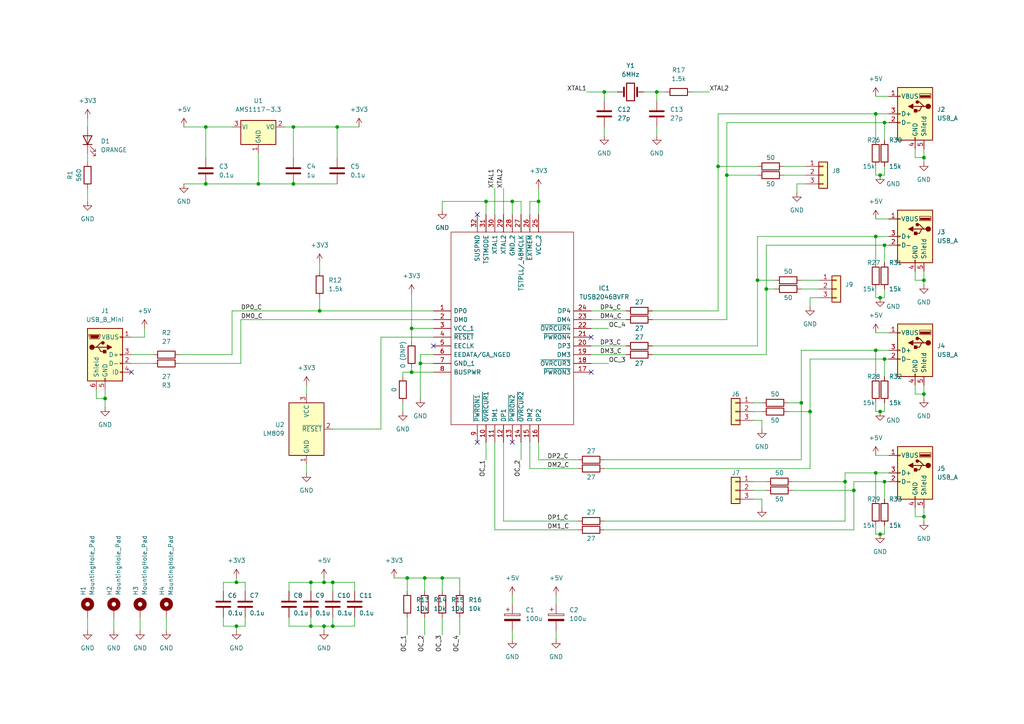
<source format=kicad_sch>
(kicad_sch (version 20211123) (generator eeschema)
  (paper "A4")
  (lib_symbols
    (symbol "Connector:USB_A" (pin_names (offset 1.016))
      (property "Reference" "J" (at -5.08 11.43 0))
      (property "Value" "USB_A" (at -5.08 8.89 0))
      (symbol "USB_A_0_1"
        (rectangle (start -5.08 -7.62) (end 5.08 7.62) (stroke (width 0.254)) (fill (type background)))
        (circle (center -3.81 2.159) (radius 0.635) (stroke (width 0.254)) (fill (type outline)))
        (rectangle (start -1.524 4.826) (end -4.318 5.334) (fill (type outline)))
        (rectangle (start -1.27 4.572) (end -4.572 5.842))
        (circle (center -0.635 3.429) (radius 0.381) (stroke (width 0.254)) (fill (type outline)))
        (rectangle (start -0.127 -7.62) (end 0.127 -6.858))
        (polyline (pts (xy -3.175 2.159) (xy -2.54 2.159) (xy -1.27 3.429) (xy -0.635 3.429)) (stroke (width 0.254)))
        (polyline (pts (xy -2.54 2.159) (xy -1.905 2.159) (xy -1.27 0.889) (xy 0 0.889)) (stroke (width 0.254)))
        (polyline (pts (xy 0.635 2.794) (xy 0.635 1.524) (xy 1.905 2.159) (xy 0.635 2.794)) (stroke (width 0.254)) (fill (type outline)))
        (rectangle (start 0.254 1.27) (end -0.508 0.508) (stroke (width 0.254)) (fill (type outline)))
        (rectangle (start 5.08 -2.667) (end 4.318 -2.413))
        (rectangle (start 5.08 -0.127) (end 4.318 0.127))
        (rectangle (start 5.08 4.953) (end 4.318 5.207))
      )
      (symbol "USB_A_1_1"
        (polyline (pts (xy -1.905 2.159) (xy 0.635 2.159)) (stroke (width 0.254)))
        (pin power_in line (at 7.62 5.08 180) (length 2.54) (name "VBUS") (number "1"))
        (pin bidirectional line (at 7.62 -2.54 180) (length 2.54) (name "D-") (number "2"))
        (pin bidirectional line (at 7.62 0 180) (length 2.54) (name "D+") (number "3"))
        (pin power_in line (at 0 -10.16 90) (length 2.54) (name "GND") (number "4"))
        (pin passive line (at -2.54 -10.16 90) (length 2.54) (name "Shield") (number "5"))
      )
    )
    (symbol "Connector:USB_B_Mini" (pin_names (offset 1.016))
      (property "Reference" "J" (at -5.08 11.43 0))
      (property "Value" "USB_B_Mini" (at -5.08 8.89 0))
      (symbol "USB_B_Mini_0_1"
        (rectangle (start -5.08 -7.62) (end 5.08 7.62) (stroke (width 0.254)) (fill (type background)))
        (circle (center -3.81 2.159) (radius 0.635) (stroke (width 0.254)) (fill (type outline)))
        (circle (center -0.635 3.429) (radius 0.381) (stroke (width 0.254)) (fill (type outline)))
        (rectangle (start -0.127 -7.62) (end 0.127 -6.858))
        (polyline (pts (xy -1.905 2.159) (xy 0.635 2.159)) (stroke (width 0.254)))
        (polyline (pts (xy -3.175 2.159) (xy -2.54 2.159) (xy -1.27 3.429) (xy -0.635 3.429)) (stroke (width 0.254)))
        (polyline (pts (xy -2.54 2.159) (xy -1.905 2.159) (xy -1.27 0.889) (xy 0 0.889)) (stroke (width 0.254)))
        (polyline (pts (xy 0.635 2.794) (xy 0.635 1.524) (xy 1.905 2.159) (xy 0.635 2.794)) (stroke (width 0.254)) (fill (type outline)))
        (polyline (pts (xy -4.318 5.588) (xy -1.778 5.588) (xy -2.032 4.826) (xy -4.064 4.826) (xy -4.318 5.588)) (fill (type outline)))
        (polyline (pts (xy -4.699 5.842) (xy -4.699 5.588) (xy -4.445 4.826) (xy -4.445 4.572) (xy -1.651 4.572) (xy -1.651 4.826) (xy -1.397 5.588) (xy -1.397 5.842) (xy -4.699 5.842)))
        (rectangle (start 0.254 1.27) (end -0.508 0.508) (stroke (width 0.254)) (fill (type outline)))
        (rectangle (start 5.08 -5.207) (end 4.318 -4.953))
        (rectangle (start 5.08 -2.667) (end 4.318 -2.413))
        (rectangle (start 5.08 -0.127) (end 4.318 0.127))
        (rectangle (start 5.08 4.953) (end 4.318 5.207))
      )
      (symbol "USB_B_Mini_1_1"
        (pin power_out line (at 7.62 5.08 180) (length 2.54) (name "VBUS") (number "1"))
        (pin bidirectional line (at 7.62 -2.54 180) (length 2.54) (name "D-") (number "2"))
        (pin bidirectional line (at 7.62 0 180) (length 2.54) (name "D+") (number "3"))
        (pin passive line (at 7.62 -5.08 180) (length 2.54) (name "ID") (number "4"))
        (pin power_out line (at 0 -10.16 90) (length 2.54) (name "GND") (number "5"))
        (pin passive line (at -2.54 -10.16 90) (length 2.54) (name "Shield") (number "6"))
      )
    )
    (symbol "Connector_Generic:Conn_01x03" (pin_names (offset 1.016) hide)
      (property "Reference" "J" (at 0 5.08 0))
      (property "Value" "Conn_01x03" (at 0 -5.08 0))
      (symbol "Conn_01x03_1_1"
        (rectangle (start -1.27 -2.413) (end 0 -2.667) (stroke (width 0.1524)))
        (rectangle (start -1.27 0.127) (end 0 -0.127) (stroke (width 0.1524)))
        (rectangle (start -1.27 2.667) (end 0 2.413) (stroke (width 0.1524)))
        (rectangle (start -1.27 3.81) (end 1.27 -3.81) (stroke (width 0.254)) (fill (type background)))
        (pin passive line (at -5.08 2.54 0) (length 3.81) (name "Pin_1") (number "1"))
        (pin passive line (at -5.08 0 0) (length 3.81) (name "Pin_2") (number "2"))
        (pin passive line (at -5.08 -2.54 0) (length 3.81) (name "Pin_3") (number "3"))
      )
    )
    (symbol "Device:C" (pin_numbers hide) (pin_names (offset 0.254))
      (property "Reference" "C" (at 0.635 2.54 0))
      (property "Value" "C" (at 0.635 -2.54 0))
      (symbol "C_0_1"
        (polyline (pts (xy -2.032 -0.762) (xy 2.032 -0.762)) (stroke (width 0.508)))
        (polyline (pts (xy -2.032 0.762) (xy 2.032 0.762)) (stroke (width 0.508)))
      )
      (symbol "C_1_1"
        (pin passive line (at 0 3.81 270) (length 2.794) (name "~") (number "1"))
        (pin passive line (at 0 -3.81 90) (length 2.794) (name "~") (number "2"))
      )
    )
    (symbol "Device:C_Polarized" (pin_numbers hide) (pin_names (offset 0.254))
      (property "Reference" "C" (at 0.635 2.54 0))
      (property "Value" "C_Polarized" (at 0.635 -2.54 0))
      (symbol "C_Polarized_0_1"
        (rectangle (start -2.286 0.508) (end 2.286 1.016))
        (polyline (pts (xy -1.778 2.286) (xy -0.762 2.286)))
        (polyline (pts (xy -1.27 2.794) (xy -1.27 1.778)))
        (rectangle (start 2.286 -0.508) (end -2.286 -1.016) (fill (type outline)))
      )
      (symbol "C_Polarized_1_1"
        (pin passive line (at 0 3.81 270) (length 2.794) (name "~") (number "1"))
        (pin passive line (at 0 -3.81 90) (length 2.794) (name "~") (number "2"))
      )
    )
    (symbol "Device:Crystal" (pin_numbers hide) (pin_names (offset 1.016) hide)
      (property "Reference" "Y" (at 0 3.81 0))
      (property "Value" "Crystal" (at 0 -3.81 0))
      (symbol "Crystal_0_1"
        (rectangle (start -1.143 2.54) (end 1.143 -2.54) (stroke (width 0.3048)))
        (polyline (pts (xy -2.54 0) (xy -1.905 0)))
        (polyline (pts (xy -1.905 -1.27) (xy -1.905 1.27)) (stroke (width 0.508)))
        (polyline (pts (xy 1.905 -1.27) (xy 1.905 1.27)) (stroke (width 0.508)))
        (polyline (pts (xy 2.54 0) (xy 1.905 0)))
      )
      (symbol "Crystal_1_1"
        (pin passive line (at -3.81 0 0) (length 1.27) (name "1") (number "1"))
        (pin passive line (at 3.81 0 180) (length 1.27) (name "2") (number "2"))
      )
    )
    (symbol "Device:LED" (pin_numbers hide) (pin_names (offset 1.016) hide)
      (property "Reference" "D" (at 0 2.54 0))
      (property "Value" "LED" (at 0 -2.54 0))
      (symbol "LED_0_1"
        (polyline (pts (xy -1.27 -1.27) (xy -1.27 1.27)) (stroke (width 0.254)))
        (polyline (pts (xy -1.27 0) (xy 1.27 0)))
        (polyline (pts (xy 1.27 -1.27) (xy 1.27 1.27) (xy -1.27 0) (xy 1.27 -1.27)) (stroke (width 0.254)))
        (polyline (pts (xy -3.048 -0.762) (xy -4.572 -2.286) (xy -3.81 -2.286) (xy -4.572 -2.286) (xy -4.572 -1.524)))
        (polyline (pts (xy -1.778 -0.762) (xy -3.302 -2.286) (xy -2.54 -2.286) (xy -3.302 -2.286) (xy -3.302 -1.524)))
      )
      (symbol "LED_1_1"
        (pin passive line (at -3.81 0 0) (length 2.54) (name "K") (number "1"))
        (pin passive line (at 3.81 0 180) (length 2.54) (name "A") (number "2"))
      )
    )
    (symbol "Device:R" (pin_numbers hide) (pin_names (offset 0))
      (property "Reference" "R" (at 2.032 0 90))
      (property "Value" "R" (at 0 0 90))
      (symbol "R_0_1"
        (rectangle (start -1.016 -2.54) (end 1.016 2.54) (stroke (width 0.254)))
      )
      (symbol "R_1_1"
        (pin passive line (at 0 3.81 270) (length 1.27) (name "~") (number "1"))
        (pin passive line (at 0 -3.81 90) (length 1.27) (name "~") (number "2"))
      )
    )
    (symbol "Mechanical:MountingHole_Pad" (pin_numbers hide) (pin_names (offset 1.016) hide)
      (property "Reference" "H" (at 0 6.35 0))
      (property "Value" "MountingHole_Pad" (at 0 4.445 0))
      (symbol "MountingHole_Pad_0_1"
        (circle (center 0 1.27) (radius 1.27) (stroke (width 1.27)))
      )
      (symbol "MountingHole_Pad_1_1"
        (pin input line (at 0 -2.54 90) (length 2.54) (name "1") (number "1"))
      )
    )
    (symbol "Power_Supervisor:LM809"
      (property "Reference" "U" (at 2.54 12.7 0))
      (property "Value" "LM809" (at 5.08 10.16 0))
      (symbol "LM809_0_1"
        (rectangle (start 5.08 7.62) (end -5.08 -7.62) (stroke (width 0.254)) (fill (type background)))
      )
      (symbol "LM809_1_1"
        (pin power_in line (at 0 -10.16 90) (length 2.54) (name "GND") (number "1"))
        (pin output line (at 7.62 0 180) (length 2.54) (name "~{RESET}") (number "2"))
        (pin power_in line (at 0 10.16 270) (length 2.54) (name "VCC") (number "3"))
      )
    )
    (symbol "Regulator_Linear:AMS1117-3.3" (pin_names (offset 0.254))
      (property "Reference" "U" (at -3.81 3.175 0))
      (property "Value" "AMS1117-3.3" (at 0 3.175 0))
      (symbol "AMS1117-3.3_0_1"
        (rectangle (start -5.08 -5.08) (end 5.08 1.905) (stroke (width 0.254)) (fill (type background)))
      )
      (symbol "AMS1117-3.3_1_1"
        (pin power_in line (at 0 -7.62 90) (length 2.54) (name "GND") (number "1"))
        (pin power_out line (at 7.62 0 180) (length 2.54) (name "VO") (number "2"))
        (pin power_in line (at -7.62 0 0) (length 2.54) (name "VI") (number "3"))
      )
    )
    (symbol "SamacSys_Parts:TUSB2046BVFR" (pin_names (offset 0.762))
      (property "Reference" "IC" (at 41.91 27.94 0))
      (property "Value" "TUSB2046BVFR" (at 41.91 25.4 0))
      (symbol "TUSB2046BVFR_0_0"
        (pin passive line (at 0 0 0) (length 5.08) (name "DP0") (number "1"))
        (pin passive line (at 15.24 -38.1 90) (length 5.08) (name "~{OVRCUR1}") (number "10"))
        (pin passive line (at 17.78 -38.1 90) (length 5.08) (name "DM1") (number "11"))
        (pin passive line (at 20.32 -38.1 90) (length 5.08) (name "DP1") (number "12"))
        (pin passive line (at 22.86 -38.1 90) (length 5.08) (name "~{PWRON2}") (number "13"))
        (pin passive line (at 25.4 -38.1 90) (length 5.08) (name "~{OVRCUR2}") (number "14"))
        (pin passive line (at 27.94 -38.1 90) (length 5.08) (name "DM2") (number "15"))
        (pin passive line (at 30.48 -38.1 90) (length 5.08) (name "DP2") (number "16"))
        (pin passive line (at 45.72 -17.78 180) (length 5.08) (name "~{PWRON3}") (number "17"))
        (pin passive line (at 45.72 -15.24 180) (length 5.08) (name "~{OVRCUR3}") (number "18"))
        (pin passive line (at 45.72 -12.7 180) (length 5.08) (name "DM3") (number "19"))
        (pin passive line (at 0 -2.54 0) (length 5.08) (name "DM0") (number "2"))
        (pin passive line (at 45.72 -10.16 180) (length 5.08) (name "DP3") (number "20"))
        (pin passive line (at 45.72 -7.62 180) (length 5.08) (name "~{PWRON4}") (number "21"))
        (pin passive line (at 45.72 -5.08 180) (length 5.08) (name "~{OVRCUR4}") (number "22"))
        (pin passive line (at 45.72 -2.54 180) (length 5.08) (name "DM4") (number "23"))
        (pin passive line (at 45.72 0 180) (length 5.08) (name "DP4") (number "24"))
        (pin passive line (at 30.48 27.94 270) (length 5.08) (name "VCC_2") (number "25"))
        (pin passive line (at 27.94 27.94 270) (length 5.08) (name "~{EXTMEM}") (number "26"))
        (pin passive line (at 25.4 27.94 270) (length 5.08) (name "TSTPLL/_48MCLK") (number "27"))
        (pin passive line (at 22.86 27.94 270) (length 5.08) (name "GND_2") (number "28"))
        (pin passive line (at 20.32 27.94 270) (length 5.08) (name "XTAL2") (number "29"))
        (pin passive line (at 0 -5.08 0) (length 5.08) (name "VCC_1") (number "3"))
        (pin passive line (at 17.78 27.94 270) (length 5.08) (name "XTAL1") (number "30"))
        (pin passive line (at 15.24 27.94 270) (length 5.08) (name "TSTMODE") (number "31"))
        (pin passive line (at 12.7 27.94 270) (length 5.08) (name "SUSPND") (number "32"))
        (pin passive line (at 0 -7.62 0) (length 5.08) (name "~{RESET}") (number "4"))
        (pin passive line (at 0 -10.16 0) (length 5.08) (name "EECLK") (number "5"))
        (pin passive line (at 0 -12.7 0) (length 5.08) (name "EEDATA/GA_NGED") (number "6"))
        (pin passive line (at 0 -15.24 0) (length 5.08) (name "GND_1") (number "7"))
        (pin passive line (at 0 -17.78 0) (length 5.08) (name "BUSPWR") (number "8"))
        (pin passive line (at 12.7 -38.1 90) (length 5.08) (name "~{PWRON1}") (number "9"))
      )
      (symbol "TUSB2046BVFR_0_1"
        (polyline (pts (xy 5.08 22.86) (xy 40.64 22.86) (xy 40.64 -33.02) (xy 5.08 -33.02) (xy 5.08 22.86)) (stroke (width 0.1524)))
      )
    )
    (symbol "power:+3V3" (power) (pin_names (offset 0))
      (property "Value" "+3V3" (at 0 3.556 0))
      (symbol "+3V3_0_1"
        (polyline (pts (xy -0.762 1.27) (xy 0 2.54)))
        (polyline (pts (xy 0 0) (xy 0 2.54)))
        (polyline (pts (xy 0 2.54) (xy 0.762 1.27)))
      )
      (symbol "+3V3_1_1"
        (pin power_in line (at 0 0 90) (length 0) hide (name "+3V3") (number "1"))
      )
    )
    (symbol "power:+5V" (power) (pin_names (offset 0))
      (property "Value" "+5V" (at 0 3.556 0))
      (symbol "+5V_0_1"
        (polyline (pts (xy -0.762 1.27) (xy 0 2.54)))
        (polyline (pts (xy 0 0) (xy 0 2.54)))
        (polyline (pts (xy 0 2.54) (xy 0.762 1.27)))
      )
      (symbol "+5V_1_1"
        (pin power_in line (at 0 0 90) (length 0) hide (name "+5V") (number "1"))
      )
    )
    (symbol "power:GND" (power) (pin_names (offset 0))
      (property "Value" "GND" (at 0 -3.81 0))
      (symbol "GND_0_1"
        (polyline (pts (xy 0 0) (xy 0 -1.27) (xy 1.27 -1.27) (xy 0 -2.54) (xy -1.27 -1.27) (xy 0 -1.27)))
      )
      (symbol "GND_1_1"
        (pin power_in line (at 0 0 270) (length 0) hide (name "GND") (number "1"))
      )
    )
  )
  (junction (at 175.26 26.67))
  (junction (at 232.41 116.84))
  (junction (at 255.27 86.36))
  (junction (at 156.21 58.42))
  (junction (at 256.54 104.14))
  (junction (at 208.28 48.26))
  (junction (at 267.97 149.86))
  (junction (at 267.97 114.3))
  (junction (at 90.17 181.61))
  (junction (at 68.58 168.91))
  (junction (at 254 68.58))
  (junction (at 59.69 53.34))
  (junction (at 96.52 168.91))
  (junction (at 254 101.6))
  (junction (at 247.65 142.24))
  (junction (at 255.27 154.94))
  (junction (at 90.17 168.91))
  (junction (at 267.97 81.28))
  (junction (at 74.93 53.34))
  (junction (at 68.58 181.61))
  (junction (at 123.19 167.64))
  (junction (at 148.59 58.42))
  (junction (at 121.92 105.41))
  (junction (at 97.79 36.83))
  (junction (at 256.54 139.7))
  (junction (at 210.82 50.8))
  (junction (at 96.52 181.61))
  (junction (at 85.09 53.34))
  (junction (at 254 137.16))
  (junction (at 93.98 181.61))
  (junction (at 92.71 90.17))
  (junction (at 119.38 95.25))
  (junction (at 30.48 115.57))
  (junction (at 85.09 36.83))
  (junction (at 245.11 139.7))
  (junction (at 234.95 119.38))
  (junction (at 222.25 83.82))
  (junction (at 254 33.02))
  (junction (at 256.54 71.12))
  (junction (at 255.27 50.8))
  (junction (at 93.98 168.91))
  (junction (at 119.38 107.95))
  (junction (at 256.54 35.56))
  (junction (at 267.97 45.72))
  (junction (at 128.27 167.64))
  (junction (at 59.69 36.83))
  (junction (at 140.97 58.42))
  (junction (at 118.11 167.64))
  (junction (at 190.5 26.67))
  (junction (at 219.71 81.28))
  (junction (at 255.27 119.38))
  (no_connect (at 125.73 100.33))
  (no_connect (at 38.1 107.95))
  (no_connect (at 171.45 97.79))
  (no_connect (at 138.43 128.27))
  (no_connect (at 148.59 128.27))
  (no_connect (at 171.45 107.95))
  (no_connect (at 138.43 62.23))
  (wire (pts (xy 119.38 85.09) (xy 119.38 95.25)))
  (wire (pts (xy 140.97 58.42) (xy 140.97 62.23)))
  (wire (pts (xy 27.94 115.57) (xy 30.48 115.57)))
  (wire (pts (xy 254 50.8) (xy 255.27 50.8)))
  (wire (pts (xy 30.48 113.03) (xy 30.48 115.57)))
  (wire (pts (xy 254 119.38) (xy 255.27 119.38)))
  (wire (pts (xy 267.97 111.76) (xy 267.97 114.3)))
  (wire (pts (xy 156.21 133.35) (xy 167.64 133.35)))
  (wire (pts (xy 265.43 78.74) (xy 265.43 81.28)))
  (wire (pts (xy 85.09 53.34) (xy 97.79 53.34)))
  (wire (pts (xy 148.59 58.42) (xy 140.97 58.42)))
  (wire (pts (xy 222.25 83.82) (xy 222.25 71.12)))
  (wire (pts (xy 74.93 53.34) (xy 85.09 53.34)))
  (wire (pts (xy 210.82 50.8) (xy 210.82 92.71)))
  (wire (pts (xy 219.71 68.58) (xy 254 68.58)))
  (wire (pts (xy 175.26 135.89) (xy 234.95 135.89)))
  (wire (pts (xy 219.71 81.28) (xy 219.71 68.58)))
  (wire (pts (xy 161.29 172.72) (xy 161.29 175.26)))
  (wire (pts (xy 171.45 102.87) (xy 181.61 102.87)))
  (wire (pts (xy 232.41 101.6) (xy 254 101.6)))
  (wire (pts (xy 256.54 83.82) (xy 256.54 86.36)))
  (wire (pts (xy 90.17 181.61) (xy 93.98 181.61)))
  (wire (pts (xy 175.26 133.35) (xy 232.41 133.35)))
  (wire (pts (xy 175.26 36.83) (xy 175.26 39.37)))
  (wire (pts (xy 254 101.6) (xy 257.81 101.6)))
  (wire (pts (xy 25.4 44.45) (xy 25.4 46.99)))
  (wire (pts (xy 265.43 111.76) (xy 265.43 114.3)))
  (wire (pts (xy 190.5 26.67) (xy 193.04 26.67)))
  (wire (pts (xy 210.82 35.56) (xy 210.82 50.8)))
  (wire (pts (xy 68.58 167.64) (xy 68.58 168.91)))
  (wire (pts (xy 265.43 147.32) (xy 265.43 149.86)))
  (wire (pts (xy 171.45 105.41) (xy 176.53 105.41)))
  (wire (pts (xy 254 137.16) (xy 254 144.78)))
  (wire (pts (xy 234.95 88.9) (xy 234.95 86.36)))
  (wire (pts (xy 234.95 119.38) (xy 234.95 135.89)))
  (wire (pts (xy 233.68 53.34) (xy 231.14 53.34)))
  (wire (pts (xy 254 152.4) (xy 254 154.94)))
  (wire (pts (xy 40.64 179.07) (xy 40.64 182.88)))
  (wire (pts (xy 267.97 149.86) (xy 267.97 151.13)))
  (wire (pts (xy 265.43 81.28) (xy 267.97 81.28)))
  (wire (pts (xy 83.82 181.61) (xy 90.17 181.61)))
  (wire (pts (xy 148.59 172.72) (xy 148.59 175.26)))
  (wire (pts (xy 265.43 43.18) (xy 265.43 45.72)))
  (wire (pts (xy 119.38 106.68) (xy 119.38 107.95)))
  (wire (pts (xy 41.91 97.79) (xy 38.1 97.79)))
  (wire (pts (xy 68.58 182.88) (xy 68.58 181.61)))
  (wire (pts (xy 171.45 95.25) (xy 176.53 95.25)))
  (wire (pts (xy 161.29 182.88) (xy 161.29 185.42)))
  (wire (pts (xy 71.12 168.91) (xy 71.12 171.45)))
  (wire (pts (xy 96.52 168.91) (xy 102.87 168.91)))
  (wire (pts (xy 254 68.58) (xy 257.81 68.58)))
  (wire (pts (xy 254 33.02) (xy 254 40.64)))
  (wire (pts (xy 232.41 116.84) (xy 232.41 101.6)))
  (wire (pts (xy 64.77 179.07) (xy 64.77 181.61)))
  (wire (pts (xy 151.13 128.27) (xy 151.13 133.35)))
  (wire (pts (xy 88.9 111.76) (xy 88.9 114.3)))
  (wire (pts (xy 219.71 100.33) (xy 219.71 81.28)))
  (wire (pts (xy 116.84 116.84) (xy 116.84 119.38)))
  (wire (pts (xy 33.02 179.07) (xy 33.02 182.88)))
  (wire (pts (xy 53.34 36.83) (xy 59.69 36.83)))
  (wire (pts (xy 68.58 168.91) (xy 71.12 168.91)))
  (wire (pts (xy 156.21 128.27) (xy 156.21 133.35)))
  (wire (pts (xy 254 86.36) (xy 255.27 86.36)))
  (wire (pts (xy 218.44 144.78) (xy 220.98 144.78)))
  (wire (pts (xy 123.19 179.07) (xy 123.19 184.15)))
  (wire (pts (xy 256.54 35.56) (xy 256.54 40.64)))
  (wire (pts (xy 64.77 181.61) (xy 68.58 181.61)))
  (wire (pts (xy 189.23 90.17) (xy 208.28 90.17)))
  (wire (pts (xy 222.25 102.87) (xy 222.25 83.82)))
  (wire (pts (xy 110.49 97.79) (xy 110.49 124.46)))
  (wire (pts (xy 256.54 48.26) (xy 256.54 50.8)))
  (wire (pts (xy 92.71 86.36) (xy 92.71 90.17)))
  (wire (pts (xy 52.07 105.41) (xy 69.85 105.41)))
  (wire (pts (xy 234.95 86.36) (xy 237.49 86.36)))
  (wire (pts (xy 140.97 128.27) (xy 140.97 133.35)))
  (wire (pts (xy 118.11 179.07) (xy 118.11 184.15)))
  (wire (pts (xy 118.11 167.64) (xy 123.19 167.64)))
  (wire (pts (xy 119.38 107.95) (xy 116.84 107.95)))
  (wire (pts (xy 231.14 53.34) (xy 231.14 55.88)))
  (wire (pts (xy 254 33.02) (xy 257.81 33.02)))
  (wire (pts (xy 146.05 128.27) (xy 146.05 151.13)))
  (wire (pts (xy 48.26 179.07) (xy 48.26 182.88)))
  (wire (pts (xy 110.49 124.46) (xy 96.52 124.46)))
  (wire (pts (xy 88.9 134.62) (xy 88.9 137.16)))
  (wire (pts (xy 208.28 33.02) (xy 254 33.02)))
  (wire (pts (xy 128.27 58.42) (xy 128.27 60.96)))
  (wire (pts (xy 234.95 104.14) (xy 234.95 119.38)))
  (wire (pts (xy 121.92 105.41) (xy 125.73 105.41)))
  (wire (pts (xy 133.35 179.07) (xy 133.35 184.15)))
  (wire (pts (xy 200.66 26.67) (xy 205.74 26.67)))
  (wire (pts (xy 256.54 104.14) (xy 256.54 109.22)))
  (wire (pts (xy 74.93 44.45) (xy 74.93 53.34)))
  (wire (pts (xy 125.73 92.71) (xy 69.85 92.71)))
  (wire (pts (xy 232.41 81.28) (xy 237.49 81.28)))
  (wire (pts (xy 267.97 114.3) (xy 267.97 115.57)))
  (wire (pts (xy 92.71 76.2) (xy 92.71 78.74)))
  (wire (pts (xy 267.97 45.72) (xy 267.97 46.99)))
  (wire (pts (xy 114.3 167.64) (xy 118.11 167.64)))
  (wire (pts (xy 227.33 48.26) (xy 233.68 48.26)))
  (wire (pts (xy 254 63.5) (xy 257.81 63.5)))
  (wire (pts (xy 64.77 171.45) (xy 64.77 168.91)))
  (wire (pts (xy 153.67 135.89) (xy 153.67 128.27)))
  (wire (pts (xy 254 68.58) (xy 254 76.2)))
  (wire (pts (xy 229.87 139.7) (xy 245.11 139.7)))
  (wire (pts (xy 123.19 167.64) (xy 128.27 167.64)))
  (wire (pts (xy 186.69 26.67) (xy 190.5 26.67)))
  (wire (pts (xy 256.54 152.4) (xy 256.54 154.94)))
  (wire (pts (xy 67.31 90.17) (xy 92.71 90.17)))
  (wire (pts (xy 189.23 102.87) (xy 222.25 102.87)))
  (wire (pts (xy 256.54 86.36) (xy 255.27 86.36)))
  (wire (pts (xy 265.43 149.86) (xy 267.97 149.86)))
  (wire (pts (xy 175.26 153.67) (xy 247.65 153.67)))
  (wire (pts (xy 256.54 154.94) (xy 255.27 154.94)))
  (wire (pts (xy 53.34 53.34) (xy 59.69 53.34)))
  (wire (pts (xy 170.18 26.67) (xy 175.26 26.67)))
  (wire (pts (xy 119.38 95.25) (xy 125.73 95.25)))
  (wire (pts (xy 146.05 151.13) (xy 167.64 151.13)))
  (wire (pts (xy 41.91 95.25) (xy 41.91 97.79)))
  (wire (pts (xy 256.54 119.38) (xy 255.27 119.38)))
  (wire (pts (xy 96.52 179.07) (xy 96.52 181.61)))
  (wire (pts (xy 208.28 90.17) (xy 208.28 48.26)))
  (wire (pts (xy 267.97 43.18) (xy 267.97 45.72)))
  (wire (pts (xy 222.25 71.12) (xy 256.54 71.12)))
  (wire (pts (xy 256.54 71.12) (xy 256.54 76.2)))
  (wire (pts (xy 52.07 102.87) (xy 67.31 102.87)))
  (wire (pts (xy 121.92 105.41) (xy 121.92 115.57)))
  (wire (pts (xy 25.4 34.29) (xy 25.4 36.83)))
  (wire (pts (xy 254 96.52) (xy 257.81 96.52)))
  (wire (pts (xy 125.73 97.79) (xy 110.49 97.79)))
  (wire (pts (xy 85.09 45.72) (xy 85.09 36.83)))
  (wire (pts (xy 97.79 36.83) (xy 104.14 36.83)))
  (wire (pts (xy 93.98 181.61) (xy 93.98 182.88)))
  (wire (pts (xy 190.5 26.67) (xy 190.5 29.21)))
  (wire (pts (xy 245.11 139.7) (xy 245.11 137.16)))
  (wire (pts (xy 38.1 102.87) (xy 44.45 102.87)))
  (wire (pts (xy 210.82 50.8) (xy 219.71 50.8)))
  (wire (pts (xy 227.33 50.8) (xy 233.68 50.8)))
  (wire (pts (xy 228.6 119.38) (xy 234.95 119.38)))
  (wire (pts (xy 175.26 151.13) (xy 245.11 151.13)))
  (wire (pts (xy 267.97 78.74) (xy 267.97 81.28)))
  (wire (pts (xy 83.82 171.45) (xy 83.82 168.91)))
  (wire (pts (xy 218.44 142.24) (xy 222.25 142.24)))
  (wire (pts (xy 210.82 92.71) (xy 189.23 92.71)))
  (wire (pts (xy 96.52 181.61) (xy 102.87 181.61)))
  (wire (pts (xy 148.59 58.42) (xy 148.59 62.23)))
  (wire (pts (xy 118.11 167.64) (xy 118.11 171.45)))
  (wire (pts (xy 254 48.26) (xy 254 50.8)))
  (wire (pts (xy 245.11 151.13) (xy 245.11 139.7)))
  (wire (pts (xy 90.17 179.07) (xy 90.17 181.61)))
  (wire (pts (xy 123.19 167.64) (xy 123.19 171.45)))
  (wire (pts (xy 119.38 95.25) (xy 119.38 99.06)))
  (wire (pts (xy 232.41 83.82) (xy 237.49 83.82)))
  (wire (pts (xy 67.31 102.87) (xy 67.31 90.17)))
  (wire (pts (xy 254 27.94) (xy 257.81 27.94)))
  (wire (pts (xy 265.43 45.72) (xy 267.97 45.72)))
  (wire (pts (xy 25.4 179.07) (xy 25.4 182.88)))
  (wire (pts (xy 257.81 35.56) (xy 256.54 35.56)))
  (wire (pts (xy 247.65 139.7) (xy 256.54 139.7)))
  (wire (pts (xy 190.5 36.83) (xy 190.5 39.37)))
  (wire (pts (xy 254 154.94) (xy 255.27 154.94)))
  (wire (pts (xy 245.11 137.16) (xy 254 137.16)))
  (wire (pts (xy 146.05 54.61) (xy 146.05 62.23)))
  (wire (pts (xy 222.25 83.82) (xy 224.79 83.82)))
  (wire (pts (xy 171.45 100.33) (xy 181.61 100.33)))
  (wire (pts (xy 71.12 181.61) (xy 68.58 181.61)))
  (wire (pts (xy 38.1 105.41) (xy 44.45 105.41)))
  (wire (pts (xy 93.98 167.64) (xy 93.98 168.91)))
  (wire (pts (xy 151.13 62.23) (xy 151.13 58.42)))
  (wire (pts (xy 59.69 53.34) (xy 74.93 53.34)))
  (wire (pts (xy 83.82 168.91) (xy 90.17 168.91)))
  (wire (pts (xy 189.23 100.33) (xy 219.71 100.33)))
  (wire (pts (xy 71.12 179.07) (xy 71.12 181.61)))
  (wire (pts (xy 247.65 142.24) (xy 247.65 139.7)))
  (wire (pts (xy 229.87 142.24) (xy 247.65 142.24)))
  (wire (pts (xy 125.73 102.87) (xy 121.92 102.87)))
  (wire (pts (xy 228.6 116.84) (xy 232.41 116.84)))
  (wire (pts (xy 128.27 167.64) (xy 128.27 171.45)))
  (wire (pts (xy 156.21 58.42) (xy 156.21 62.23)))
  (wire (pts (xy 90.17 168.91) (xy 90.17 171.45)))
  (wire (pts (xy 256.54 116.84) (xy 256.54 119.38)))
  (wire (pts (xy 125.73 107.95) (xy 119.38 107.95)))
  (wire (pts (xy 59.69 45.72) (xy 59.69 36.83)))
  (wire (pts (xy 208.28 48.26) (xy 219.71 48.26)))
  (wire (pts (xy 69.85 92.71) (xy 69.85 105.41)))
  (wire (pts (xy 218.44 139.7) (xy 222.25 139.7)))
  (wire (pts (xy 219.71 81.28) (xy 224.79 81.28)))
  (wire (pts (xy 143.51 54.61) (xy 143.51 62.23)))
  (wire (pts (xy 220.98 121.92) (xy 220.98 124.46)))
  (wire (pts (xy 85.09 36.83) (xy 82.55 36.83)))
  (wire (pts (xy 254 137.16) (xy 257.81 137.16)))
  (wire (pts (xy 25.4 54.61) (xy 25.4 58.42)))
  (wire (pts (xy 102.87 168.91) (xy 102.87 171.45)))
  (wire (pts (xy 171.45 90.17) (xy 181.61 90.17)))
  (wire (pts (xy 156.21 54.61) (xy 156.21 58.42)))
  (wire (pts (xy 175.26 26.67) (xy 175.26 29.21)))
  (wire (pts (xy 116.84 107.95) (xy 116.84 109.22)))
  (wire (pts (xy 267.97 147.32) (xy 267.97 149.86)))
  (wire (pts (xy 153.67 58.42) (xy 156.21 58.42)))
  (wire (pts (xy 256.54 35.56) (xy 210.82 35.56)))
  (wire (pts (xy 220.98 144.78) (xy 220.98 147.32)))
  (wire (pts (xy 83.82 179.07) (xy 83.82 181.61)))
  (wire (pts (xy 93.98 181.61) (xy 96.52 181.61)))
  (wire (pts (xy 96.52 168.91) (xy 96.52 171.45)))
  (wire (pts (xy 92.71 90.17) (xy 125.73 90.17)))
  (wire (pts (xy 64.77 168.91) (xy 68.58 168.91)))
  (wire (pts (xy 90.17 168.91) (xy 93.98 168.91)))
  (wire (pts (xy 267.97 81.28) (xy 267.97 82.55)))
  (wire (pts (xy 102.87 181.61) (xy 102.87 179.07)))
  (wire (pts (xy 167.64 135.89) (xy 153.67 135.89)))
  (wire (pts (xy 256.54 139.7) (xy 257.81 139.7)))
  (wire (pts (xy 167.64 153.67) (xy 143.51 153.67)))
  (wire (pts (xy 93.98 168.91) (xy 96.52 168.91)))
  (wire (pts (xy 59.69 36.83) (xy 67.31 36.83)))
  (wire (pts (xy 257.81 104.14) (xy 256.54 104.14)))
  (wire (pts (xy 256.54 50.8) (xy 255.27 50.8)))
  (wire (pts (xy 254 132.08) (xy 257.81 132.08)))
  (wire (pts (xy 208.28 48.26) (xy 208.28 33.02)))
  (wire (pts (xy 179.07 26.67) (xy 175.26 26.67)))
  (wire (pts (xy 254 116.84) (xy 254 119.38)))
  (wire (pts (xy 256.54 104.14) (xy 234.95 104.14)))
  (wire (pts (xy 143.51 153.67) (xy 143.51 128.27)))
  (wire (pts (xy 153.67 62.23) (xy 153.67 58.42)))
  (wire (pts (xy 128.27 167.64) (xy 133.35 167.64)))
  (wire (pts (xy 121.92 102.87) (xy 121.92 105.41)))
  (wire (pts (xy 140.97 58.42) (xy 128.27 58.42)))
  (wire (pts (xy 254 83.82) (xy 254 86.36)))
  (wire (pts (xy 151.13 58.42) (xy 148.59 58.42)))
  (wire (pts (xy 27.94 113.03) (xy 27.94 115.57)))
  (wire (pts (xy 97.79 36.83) (xy 85.09 36.83)))
  (wire (pts (xy 265.43 114.3) (xy 267.97 114.3)))
  (wire (pts (xy 254 101.6) (xy 254 109.22)))
  (wire (pts (xy 218.44 121.92) (xy 220.98 121.92)))
  (wire (pts (xy 232.41 133.35) (xy 232.41 116.84)))
  (wire (pts (xy 256.54 71.12) (xy 257.81 71.12)))
  (wire (pts (xy 171.45 92.71) (xy 181.61 92.71)))
  (wire (pts (xy 218.44 116.84) (xy 220.98 116.84)))
  (wire (pts (xy 218.44 119.38) (xy 220.98 119.38)))
  (wire (pts (xy 148.59 182.88) (xy 148.59 185.42)))
  (wire (pts (xy 247.65 153.67) (xy 247.65 142.24)))
  (wire (pts (xy 97.79 45.72) (xy 97.79 36.83)))
  (wire (pts (xy 256.54 139.7) (xy 256.54 144.78)))
  (wire (pts (xy 30.48 115.57) (xy 30.48 118.11)))
  (wire (pts (xy 128.27 179.07) (xy 128.27 184.15)))
  (wire (pts (xy 133.35 171.45) (xy 133.35 167.64)))
  (label "DM1_C" (at 158.75 153.67 0))
  (label "XTAL2" (at 205.74 26.67 0))
  (label "DP4_C" (at 173.99 90.17 0))
  (label "OC_3" (at 176.53 105.41 0))
  (label "DP2_C" (at 158.75 133.35 0))
  (label "OC_2" (at 123.19 184.15 270))
  (label "DM2_C" (at 158.75 135.89 0))
  (label "OC_4" (at 176.53 95.25 0))
  (label "DP3_C" (at 173.99 100.33 0))
  (label "OC_4" (at 133.35 184.15 270))
  (label "DP1_C" (at 158.75 151.13 0))
  (label "OC_3" (at 128.27 184.15 270))
  (label "DP0_C" (at 69.85 90.17 0))
  (label "OC_1" (at 118.11 184.15 270))
  (label "OC_1" (at 140.97 133.35 270))
  (label "XTAL1" (at 170.18 26.67 180))
  (label "XTAL1" (at 143.51 54.61 90))
  (label "DM0_C" (at 69.85 92.71 0))
  (label "XTAL2" (at 146.05 54.61 90))
  (label "DM3_C" (at 173.99 102.87 0))
  (label "DM4_C" (at 173.99 92.71 0))
  (label "OC_2" (at 151.13 133.35 270))
  (symbol (lib_id "Device:C") (at 97.79 49.53 0) (unit 1)
    (property "Reference" "C5" (at 101.6 48.2599 0) (effects (justify left)))
    (property "Value" "0.1u" (at 101.6 50.7999 0) (effects (justify left)))
    (property "Footprint" "Capacitor_SMD:C_0805_2012Metric" (effects hide))
  )
  (symbol (lib_id "power:+3V3") (at 92.71 76.2 0) (unit 1)
    (property "Reference" "#PWR0123" (effects hide))
    (property "Value" "+3V3" (at 92.71 71.12 0))
  )
  (symbol (lib_id "power:GND") (at 68.58 182.88 0) (unit 1)
    (property "Reference" "#PWR0128" (effects hide))
    (property "Value" "GND" (at 68.58 187.96 0))
  )
  (symbol (lib_id "power:+3V3") (at 156.21 54.61 0) (unit 1)
    (property "Reference" "#PWR0137" (effects hide))
    (property "Value" "+3V3" (at 156.21 49.53 0))
  )
  (symbol (lib_id "Connector_Generic:Conn_01x03") (at 242.57 83.82 0) (unit 1)
    (property "Reference" "J9" (at 245.11 82.5499 0) (effects (justify left)))
    (property "Value" "Conn_01x03" (effects hide))
    (property "Footprint" "Connector_PinHeader_2.54mm:PinHeader_1x03_P2.54mm_Vertical" (effects hide))
  )
  (symbol (lib_id "power:GND") (at 267.97 151.13 0) (unit 1)
    (property "Reference" "#PWR0103" (effects hide))
    (property "Value" "GND" (at 267.97 156.21 0))
  )
  (symbol (lib_id "power:GND") (at 88.9 137.16 0) (unit 1)
    (property "Reference" "#PWR0119" (effects hide))
    (property "Value" "GND" (at 88.9 142.24 0))
  )
  (symbol (lib_id "Device:R") (at 226.06 142.24 90) (unit 1)
    (property "Reference" "R23" (effects hide))
    (property "Value" "50" (at 226.06 144.78 90))
    (property "Footprint" "Resistor_SMD:R_0805_2012Metric" (effects hide))
  )
  (symbol (lib_id "Device:R") (at 171.45 135.89 90) (unit 1)
    (property "Reference" "R5" (effects hide))
    (property "Value" "27" (at 171.45 138.43 90))
    (property "Footprint" "Resistor_SMD:R_0805_2012Metric" (effects hide))
  )
  (symbol (lib_id "power:GND") (at 175.26 39.37 0) (unit 1)
    (property "Reference" "#PWR0138" (effects hide))
    (property "Value" "GND" (at 175.26 44.45 0))
  )
  (symbol (lib_id "power:+5V") (at 41.91 95.25 0) (unit 1)
    (property "Reference" "#PWR0122" (effects hide))
    (property "Value" "+5V" (at 41.91 90.17 0))
  )
  (symbol (lib_id "Device:R") (at 226.06 139.7 90) (unit 1)
    (property "Reference" "R22" (effects hide))
    (property "Value" "50" (at 226.06 137.16 90))
    (property "Footprint" "Resistor_SMD:R_0805_2012Metric" (effects hide))
  )
  (symbol (lib_id "power:GND") (at 121.92 115.57 0) (unit 1)
    (property "Reference" "#PWR0121" (effects hide))
    (property "Value" "GND" (at 121.92 120.65 0))
  )
  (symbol (lib_id "Device:R") (at 256.54 80.01 180) (unit 1)
    (property "Reference" "R31" (at 257.81 76.2 0) (effects (justify right)))
    (property "Value" "15k" (at 257.81 83.82 0) (effects (justify right)))
    (property "Footprint" "Resistor_SMD:R_0805_2012Metric" (effects hide))
  )
  (symbol (lib_id "SamacSys_Parts:TUSB2046BVFR") (at 125.73 90.17 0) (unit 1)
    (property "Reference" "IC1" (at 175.26 83.5912 0))
    (property "Value" "TUSB2046BVFR" (at 175.26 86.1312 0))
    (property "Footprint" "QFP80P900X900X160-32N" (effects hide))
    (property "Datasheet" "http://www.ti.com/lit/gpn/tusb2046b" (effects hide))
    (property "Description" "4-Port USB 2.0 12 Mbps USB Full-Speed Hub" (effects hide))
    (property "Height" "1.6" (effects hide))
    (property "Mouser Part Number" "595-TUSB2046BVFR" (effects hide))
    (property "Mouser Price/Stock" "https://www.mouser.co.uk/ProductDetail/Texas-Instruments/TUSB2046BVFR?qs=6gY4t2uohMyMq%252B%252BjecEiPQ%3D%3D" (effects hide))
    (property "Manufacturer_Name" "Texas Instruments" (effects hide))
    (property "Manufacturer_Part_Number" "TUSB2046BVFR" (effects hide))
  )
  (symbol (lib_id "power:+3V3") (at 88.9 111.76 0) (unit 1)
    (property "Reference" "#PWR0120" (effects hide))
    (property "Value" "+3V3" (at 88.9 106.68 0))
  )
  (symbol (lib_id "power:GND") (at 255.27 154.94 0) (unit 1)
    (property "Reference" "#PWR0135" (effects hide))
    (property "Value" "GND" (at 255.27 160.02 0))
  )
  (symbol (lib_id "Device:C") (at 71.12 175.26 0) (unit 1)
    (property "Reference" "C7" (at 72.39 172.72 0) (effects (justify left)))
    (property "Value" "0.1u" (at 72.39 177.8 0) (effects (justify left)))
    (property "Footprint" "Capacitor_SMD:C_0805_2012Metric" (effects hide))
  )
  (symbol (lib_id "power:GND") (at 255.27 50.8 0) (unit 1)
    (property "Reference" "#PWR0132" (effects hide))
    (property "Value" "GND" (at 259.08 53.34 0))
  )
  (symbol (lib_id "Device:R") (at 48.26 102.87 90) (unit 1)
    (property "Reference" "R2" (at 48.26 96.52 90))
    (property "Value" "27" (at 48.26 99.06 90))
    (property "Footprint" "Resistor_SMD:R_0805_2012Metric" (effects hide))
  )
  (symbol (lib_id "Device:R") (at 48.26 105.41 90) (unit 1)
    (property "Reference" "R3" (at 48.26 111.76 90))
    (property "Value" "27" (at 48.26 109.22 90))
    (property "Footprint" "Resistor_SMD:R_0805_2012Metric" (effects hide))
  )
  (symbol (lib_id "power:+5V") (at 254 132.08 0) (unit 1)
    (property "Reference" "#PWR0133" (effects hide))
    (property "Value" "+5V" (at 254 127 0))
  )
  (symbol (lib_id "Device:R") (at 228.6 83.82 90) (unit 1)
    (property "Reference" "R25" (effects hide))
    (property "Value" "50" (at 228.6 86.36 90))
    (property "Footprint" "Resistor_SMD:R_0805_2012Metric" (effects hide))
  )
  (symbol (lib_id "Device:C") (at 59.69 49.53 0) (unit 1)
    (property "Reference" "C3" (at 63.5 48.2599 0) (effects (justify left)))
    (property "Value" "0.1u" (at 63.5 50.7999 0) (effects (justify left)))
    (property "Footprint" "Capacitor_SMD:C_0805_2012Metric" (effects hide))
  )
  (symbol (lib_id "Device:R") (at 123.19 175.26 0) (unit 1)
    (property "Reference" "R14" (at 125.73 173.9899 0) (effects (justify left)))
    (property "Value" "10k" (at 125.73 176.5299 0) (effects (justify left)))
    (property "Footprint" "Resistor_SMD:R_0805_2012Metric" (effects hide))
  )
  (symbol (lib_id "Device:R") (at 116.84 113.03 180) (unit 1)
    (property "Reference" "R34" (effects hide))
    (property "Value" "0" (at 114.3 113.03 90))
    (property "Footprint" "Resistor_SMD:R_0805_2012Metric" (effects hide))
  )
  (symbol (lib_id "Mechanical:MountingHole_Pad") (at 33.02 176.53 0) (unit 1)
    (property "Reference" "H2" (at 31.7499 172.72 90) (effects (justify left)))
    (property "Value" "MountingHole_Pad" (at 34.2899 172.72 90) (effects (justify left)))
    (property "Footprint" "MountingHole:MountingHole_3.2mm_M3_Pad" (effects hide))
  )
  (symbol (lib_id "Device:R") (at 119.38 102.87 180) (unit 1)
    (property "Reference" "R35" (effects hide))
    (property "Value" "0 (DNP)" (at 116.84 102.87 90))
    (property "Footprint" "Resistor_SMD:R_0805_2012Metric" (effects hide))
  )
  (symbol (lib_id "power:+5V") (at 53.34 36.83 0) (unit 1)
    (property "Reference" "#PWR0116" (effects hide))
    (property "Value" "+5V" (at 53.34 31.75 0))
  )
  (symbol (lib_id "power:+3V3") (at 104.14 36.83 0) (unit 1)
    (property "Reference" "#PWR0118" (effects hide))
    (property "Value" "+3V3" (at 104.14 31.75 0))
  )
  (symbol (lib_id "power:GND") (at 25.4 182.88 0) (unit 1)
    (property "Reference" "#PWR0106" (effects hide))
    (property "Value" "GND" (at 25.4 187.96 0))
  )
  (symbol (lib_id "power:GND") (at 48.26 182.88 0) (unit 1)
    (property "Reference" "#PWR0109" (effects hide))
    (property "Value" "GND" (at 48.26 187.96 0))
  )
  (symbol (lib_id "Device:Crystal") (at 182.88 26.67 0) (unit 1)
    (property "Reference" "Y1" (at 182.88 19.05 0))
    (property "Value" "6MHz" (at 182.88 21.59 0))
    (property "Footprint" "Crystal:Crystal_HC49-4H_Vertical" (effects hide))
  )
  (symbol (lib_id "power:GND") (at 116.84 119.38 0) (unit 1)
    (property "Reference" "#PWR0146" (effects hide))
    (property "Value" "GND" (at 116.84 124.46 0))
  )
  (symbol (lib_id "Mechanical:MountingHole_Pad") (at 40.64 176.53 0) (unit 1)
    (property "Reference" "H3" (at 39.3699 172.72 90) (effects (justify left)))
    (property "Value" "MountingHole_Pad" (at 41.9099 172.72 90) (effects (justify left)))
    (property "Footprint" "MountingHole:MountingHole_3.2mm_M3_Pad" (effects hide))
  )
  (symbol (lib_id "power:+5V") (at 161.29 172.72 0) (unit 1)
    (property "Reference" "#PWR0112" (effects hide))
    (property "Value" "+5V" (at 161.29 167.64 0))
  )
  (symbol (lib_id "Mechanical:MountingHole_Pad") (at 25.4 176.53 0) (unit 1)
    (property "Reference" "H1" (at 24.1299 172.72 90) (effects (justify left)))
    (property "Value" "MountingHole_Pad" (at 26.6699 172.72 90) (effects (justify left)))
    (property "Footprint" "MountingHole:MountingHole_3.2mm_M3_Pad" (effects hide))
  )
  (symbol (lib_id "Device:LED") (at 25.4 40.64 90) (unit 1)
    (property "Reference" "D1" (at 29.21 40.9574 90) (effects (justify right)))
    (property "Value" "ORANGE" (at 29.21 43.4974 90) (effects (justify right)))
    (property "Footprint" "LED_SMD:LED_0805_2012Metric" (effects hide))
  )
  (symbol (lib_id "Mechanical:MountingHole_Pad") (at 48.26 176.53 0) (unit 1)
    (property "Reference" "H4" (at 46.9899 172.72 90) (effects (justify left)))
    (property "Value" "MountingHole_Pad" (at 49.5299 172.72 90) (effects (justify left)))
    (property "Footprint" "MountingHole:MountingHole_3.2mm_M3_Pad" (effects hide))
  )
  (symbol (lib_id "Device:R") (at 256.54 148.59 180) (unit 1)
    (property "Reference" "R33" (at 257.81 144.78 0) (effects (justify right)))
    (property "Value" "15k" (at 257.81 152.4 0) (effects (justify right)))
    (property "Footprint" "Resistor_SMD:R_0805_2012Metric" (effects hide))
  )
  (symbol (lib_id "power:GND") (at 25.4 58.42 0) (unit 1)
    (property "Reference" "#PWR0114" (effects hide))
    (property "Value" "GND" (at 25.4 63.5 0))
  )
  (symbol (lib_id "Connector_Generic:Conn_01x03") (at 213.36 142.24 0) (mirror y) (unit 1)
    (property "Reference" "J7" (at 214.63 137.16 0) (effects (justify left)))
    (property "Value" "Conn_01x03" (effects hide))
    (property "Footprint" "Connector_PinHeader_2.54mm:PinHeader_1x03_P2.54mm_Vertical" (effects hide))
  )
  (symbol (lib_id "Device:R") (at 171.45 133.35 90) (unit 1)
    (property "Reference" "R4" (effects hide))
    (property "Value" "27" (at 171.45 130.81 90))
    (property "Footprint" "Resistor_SMD:R_0805_2012Metric" (effects hide))
  )
  (symbol (lib_id "Device:R") (at 254 148.59 180) (unit 1)
    (property "Reference" "R29" (at 251.46 144.78 0) (effects (justify right)))
    (property "Value" "15k" (at 250.19 152.4 0) (effects (justify right)))
    (property "Footprint" "Resistor_SMD:R_0805_2012Metric" (effects hide))
  )
  (symbol (lib_id "Device:R") (at 133.35 175.26 0) (unit 1)
    (property "Reference" "R16" (at 135.89 173.9899 0) (effects (justify left)))
    (property "Value" "10k" (at 135.89 176.5299 0) (effects (justify left)))
    (property "Footprint" "Resistor_SMD:R_0805_2012Metric" (effects hide))
  )
  (symbol (lib_id "Device:R") (at 254 80.01 180) (unit 1)
    (property "Reference" "R27" (at 251.46 76.2 0) (effects (justify right)))
    (property "Value" "15k" (at 250.19 83.82 0) (effects (justify right)))
    (property "Footprint" "Resistor_SMD:R_0805_2012Metric" (effects hide))
  )
  (symbol (lib_id "power:GND") (at 128.27 60.96 0) (unit 1)
    (property "Reference" "#PWR0136" (effects hide))
    (property "Value" "GND" (at 128.27 66.04 0))
  )
  (symbol (lib_id "power:+5V") (at 93.98 167.64 0) (unit 1)
    (property "Reference" "#PWR0127" (effects hide))
    (property "Value" "+5V" (at 93.98 162.56 0))
  )
  (symbol (lib_id "power:GND") (at 255.27 86.36 0) (unit 1)
    (property "Reference" "#PWR0139" (effects hide))
    (property "Value" "GND" (at 259.08 88.9 0))
  )
  (symbol (lib_id "Device:R") (at 185.42 92.71 90) (unit 1)
    (property "Reference" "R9" (effects hide))
    (property "Value" "27" (at 185.42 95.25 90))
    (property "Footprint" "Resistor_SMD:R_0805_2012Metric" (effects hide))
  )
  (symbol (lib_id "power:+5V") (at 254 27.94 0) (unit 1)
    (property "Reference" "#PWR0131" (effects hide))
    (property "Value" "+5V" (at 254 22.86 0))
  )
  (symbol (lib_id "Device:R") (at 171.45 151.13 90) (unit 1)
    (property "Reference" "R6" (effects hide))
    (property "Value" "27" (at 171.45 148.59 90))
    (property "Footprint" "Resistor_SMD:R_0805_2012Metric" (effects hide))
  )
  (symbol (lib_id "power:GND") (at 231.14 55.88 0) (unit 1)
    (property "Reference" "#PWR0145" (effects hide))
    (property "Value" "GND" (at 231.14 60.96 0))
  )
  (symbol (lib_id "Device:R") (at 228.6 81.28 90) (unit 1)
    (property "Reference" "R24" (effects hide))
    (property "Value" "50" (at 228.6 78.74 90))
    (property "Footprint" "Resistor_SMD:R_0805_2012Metric" (effects hide))
  )
  (symbol (lib_id "Device:R") (at 92.71 82.55 180) (unit 1)
    (property "Reference" "R12" (at 95.25 81.2799 0) (effects (justify right)))
    (property "Value" "1.5k" (at 95.25 83.8199 0) (effects (justify right)))
    (property "Footprint" "Resistor_SMD:R_0805_2012Metric" (effects hide))
  )
  (symbol (lib_id "Device:C") (at 96.52 175.26 0) (unit 1)
    (property "Reference" "C10" (at 97.79 172.72 0) (effects (justify left)))
    (property "Value" "0.1u" (at 97.79 177.8 0) (effects (justify left)))
    (property "Footprint" "Capacitor_SMD:C_0805_2012Metric" (effects hide))
  )
  (symbol (lib_id "Device:R") (at 254 113.03 180) (unit 1)
    (property "Reference" "R28" (at 251.46 109.22 0) (effects (justify right)))
    (property "Value" "15k" (at 250.19 116.84 0) (effects (justify right)))
    (property "Footprint" "Resistor_SMD:R_0805_2012Metric" (effects hide))
  )
  (symbol (lib_id "Connector_Generic:Conn_01x03") (at 213.36 119.38 0) (mirror y) (unit 1)
    (property "Reference" "J6" (at 213.36 114.3 0))
    (property "Value" "Conn_01x03" (effects hide))
    (property "Footprint" "Connector_PinHeader_2.54mm:PinHeader_1x03_P2.54mm_Vertical" (effects hide))
  )
  (symbol (lib_id "Device:C") (at 85.09 49.53 0) (unit 1)
    (property "Reference" "C4" (at 88.9 48.2599 0) (effects (justify left)))
    (property "Value" "1u" (at 88.9 50.7999 0) (effects (justify left)))
    (property "Footprint" "Capacitor_SMD:C_0805_2012Metric" (effects hide))
  )
  (symbol (lib_id "Device:R") (at 171.45 153.67 90) (unit 1)
    (property "Reference" "R7" (effects hide))
    (property "Value" "27" (at 171.45 156.21 90))
    (property "Footprint" "Resistor_SMD:R_0805_2012Metric" (effects hide))
  )
  (symbol (lib_id "power:GND") (at 255.27 119.38 0) (unit 1)
    (property "Reference" "#PWR0134" (effects hide))
    (property "Value" "GND" (at 259.08 121.92 0))
  )
  (symbol (lib_id "power:+3V3") (at 68.58 167.64 0) (unit 1)
    (property "Reference" "#PWR0129" (effects hide))
    (property "Value" "+3V3" (at 68.58 162.56 0))
  )
  (symbol (lib_id "power:GND") (at 234.95 88.9 0) (unit 1)
    (property "Reference" "#PWR0140" (effects hide))
    (property "Value" "GND" (at 234.95 93.98 0))
  )
  (symbol (lib_id "power:GND") (at 148.59 185.42 0) (unit 1)
    (property "Reference" "#PWR0110" (effects hide))
    (property "Value" "GND" (at 148.59 190.5 0))
  )
  (symbol (lib_id "power:GND") (at 190.5 39.37 0) (unit 1)
    (property "Reference" "#PWR0130" (effects hide))
    (property "Value" "GND" (at 190.5 44.45 0))
  )
  (symbol (lib_id "Connector:USB_A") (at 265.43 137.16 0) (mirror y) (unit 1)
    (property "Reference" "J5" (at 271.78 135.8899 0) (effects (justify right)))
    (property "Value" "USB_A" (at 271.78 138.4299 0) (effects (justify right)))
    (property "Footprint" "Connector_USB:USB_A_CONNFLY_DS1095-WNR0" (effects hide))
    (property "Datasheet" " ~" (effects hide))
  )
  (symbol (lib_id "power:+3V3") (at 25.4 34.29 0) (unit 1)
    (property "Reference" "#PWR0115" (effects hide))
    (property "Value" "+3V3" (at 25.4 29.21 0))
  )
  (symbol (lib_id "Device:R") (at 254 44.45 180) (unit 1)
    (property "Reference" "R26" (at 251.46 40.64 0) (effects (justify right)))
    (property "Value" "15k" (at 250.19 48.26 0) (effects (justify right)))
    (property "Footprint" "Resistor_SMD:R_0805_2012Metric" (effects hide))
  )
  (symbol (lib_id "Device:C") (at 83.82 175.26 0) (unit 1)
    (property "Reference" "C8" (at 85.09 172.72 0) (effects (justify left)))
    (property "Value" "0.1u" (at 85.09 177.8 0) (effects (justify left)))
    (property "Footprint" "Capacitor_SMD:C_0805_2012Metric" (effects hide))
  )
  (symbol (lib_id "Device:R") (at 185.42 102.87 90) (unit 1)
    (property "Reference" "R11" (effects hide))
    (property "Value" "27" (at 185.42 105.41 90))
    (property "Footprint" "Resistor_SMD:R_0805_2012Metric" (effects hide))
  )
  (symbol (lib_id "Connector:USB_A") (at 265.43 101.6 0) (mirror y) (unit 1)
    (property "Reference" "J4" (at 271.78 100.3299 0) (effects (justify right)))
    (property "Value" "USB_A" (at 271.78 102.8699 0) (effects (justify right)))
    (property "Footprint" "Connector_USB:USB_A_CONNFLY_DS1095-WNR0" (effects hide))
    (property "Datasheet" " ~" (effects hide))
  )
  (symbol (lib_id "Device:R") (at 256.54 113.03 180) (unit 1)
    (property "Reference" "R32" (at 257.81 109.22 0) (effects (justify right)))
    (property "Value" "15k" (at 257.81 116.84 0) (effects (justify right)))
    (property "Footprint" "Resistor_SMD:R_0805_2012Metric" (effects hide))
  )
  (symbol (lib_id "Regulator_Linear:AMS1117-3.3") (at 74.93 36.83 0) (unit 1)
    (property "Reference" "U1" (at 74.93 29.21 0))
    (property "Value" "AMS1117-3.3" (at 74.93 31.75 0))
    (property "Footprint" "Package_TO_SOT_SMD:SOT-223-3_TabPin2" (effects hide))
    (property "Datasheet" "http://www.advanced-monolithic.com/pdf/ds1117.pdf" (effects hide))
  )
  (symbol (lib_id "power:GND") (at 220.98 147.32 0) (unit 1)
    (property "Reference" "#PWR0141" (effects hide))
    (property "Value" "GND" (effects hide))
  )
  (symbol (lib_id "power:GND") (at 220.98 124.46 0) (unit 1)
    (property "Reference" "#PWR0142" (effects hide))
    (property "Value" "GND" (at 220.98 129.54 0))
  )
  (symbol (lib_id "Connector:USB_A") (at 265.43 68.58 0) (mirror y) (unit 1)
    (property "Reference" "J3" (at 271.78 67.3099 0) (effects (justify right)))
    (property "Value" "USB_A" (at 271.78 69.8499 0) (effects (justify right)))
    (property "Footprint" "Connector_USB:USB_A_CONNFLY_DS1095-WNR0" (effects hide))
    (property "Datasheet" " ~" (effects hide))
  )
  (symbol (lib_id "Device:R") (at 185.42 100.33 90) (unit 1)
    (property "Reference" "R10" (effects hide))
    (property "Value" "27" (at 185.42 97.79 90))
    (property "Footprint" "Resistor_SMD:R_0805_2012Metric" (effects hide))
  )
  (symbol (lib_id "Device:C") (at 190.5 33.02 0) (unit 1)
    (property "Reference" "C13" (at 194.31 31.7499 0) (effects (justify left)))
    (property "Value" "27p" (at 194.31 34.2899 0) (effects (justify left)))
    (property "Footprint" "Capacitor_SMD:C_0805_2012Metric" (effects hide))
  )
  (symbol (lib_id "power:GND") (at 33.02 182.88 0) (unit 1)
    (property "Reference" "#PWR0107" (effects hide))
    (property "Value" "GND" (at 33.02 187.96 0))
  )
  (symbol (lib_id "power:GND") (at 40.64 182.88 0) (unit 1)
    (property "Reference" "#PWR0108" (effects hide))
    (property "Value" "GND" (at 40.64 187.96 0))
  )
  (symbol (lib_id "power:GND") (at 93.98 182.88 0) (unit 1)
    (property "Reference" "#PWR0126" (effects hide))
    (property "Value" "GND" (at 93.98 187.96 0))
  )
  (symbol (lib_id "power:+3V3") (at 114.3 167.64 0) (unit 1)
    (property "Reference" "#PWR0125" (effects hide))
    (property "Value" "+3V3" (at 114.3 162.56 0))
  )
  (symbol (lib_id "power:+5V") (at 254 96.52 0) (unit 1)
    (property "Reference" "#PWR0144" (effects hide))
    (property "Value" "+5V" (at 254 91.44 0))
  )
  (symbol (lib_id "Device:R") (at 223.52 50.8 90) (unit 1)
    (property "Reference" "R19" (effects hide))
    (property "Value" "50" (at 223.52 53.34 90))
    (property "Footprint" "Resistor_SMD:R_0805_2012Metric" (effects hide))
  )
  (symbol (lib_id "power:GND") (at 161.29 185.42 0) (unit 1)
    (property "Reference" "#PWR0113" (effects hide))
    (property "Value" "GND" (at 161.29 190.5 0))
  )
  (symbol (lib_id "power:+5V") (at 254 63.5 0) (unit 1)
    (property "Reference" "#PWR0143" (effects hide))
    (property "Value" "+5V" (at 254 58.42 0))
  )
  (symbol (lib_id "Device:C") (at 90.17 175.26 0) (unit 1)
    (property "Reference" "C9" (at 91.44 172.72 0) (effects (justify left)))
    (property "Value" "0.1u" (at 91.44 177.8 0) (effects (justify left)))
    (property "Footprint" "Capacitor_SMD:C_0805_2012Metric" (effects hide))
  )
  (symbol (lib_id "Device:R") (at 256.54 44.45 180) (unit 1)
    (property "Reference" "R30" (at 257.81 40.64 0) (effects (justify right)))
    (property "Value" "15k" (at 257.81 48.26 0) (effects (justify right)))
    (property "Footprint" "Resistor_SMD:R_0805_2012Metric" (effects hide))
  )
  (symbol (lib_id "power:GND") (at 267.97 46.99 0) (unit 1)
    (property "Reference" "#PWR0102" (effects hide))
    (property "Value" "GND" (at 267.97 52.07 0))
  )
  (symbol (lib_id "Device:R") (at 25.4 50.8 180) (unit 1)
    (property "Reference" "R1" (at 20.32 50.8 90))
    (property "Value" "560" (at 22.86 50.8 90))
    (property "Footprint" "Resistor_SMD:R_0805_2012Metric" (effects hide))
  )
  (symbol (lib_id "Device:R") (at 224.79 119.38 90) (unit 1)
    (property "Reference" "R21" (effects hide))
    (property "Value" "50" (at 224.79 121.92 90))
    (property "Footprint" "Resistor_SMD:R_0805_2012Metric" (effects hide))
  )
  (symbol (lib_id "power:GND") (at 267.97 115.57 0) (unit 1)
    (property "Reference" "#PWR0104" (effects hide))
    (property "Value" "GND" (at 267.97 120.65 0))
  )
  (symbol (lib_id "Connector:USB_A") (at 265.43 33.02 0) (mirror y) (unit 1)
    (property "Reference" "J2" (at 271.78 31.7499 0) (effects (justify right)))
    (property "Value" "USB_A" (at 271.78 34.2899 0) (effects (justify right)))
    (property "Footprint" "Connector_USB:USB_A_CONNFLY_DS1095-WNR0" (effects hide))
    (property "Datasheet" " ~" (effects hide))
  )
  (symbol (lib_id "Device:R") (at 128.27 175.26 0) (unit 1)
    (property "Reference" "R15" (at 130.81 173.9899 0) (effects (justify left)))
    (property "Value" "10k" (at 130.81 176.5299 0) (effects (justify left)))
    (property "Footprint" "Resistor_SMD:R_0805_2012Metric" (effects hide))
  )
  (symbol (lib_id "Connector_Generic:Conn_01x03") (at 238.76 50.8 0) (unit 1)
    (property "Reference" "J8" (at 241.3 49.5299 0) (effects (justify left)))
    (property "Value" "Conn_01x03" (effects hide))
    (property "Footprint" "Connector_PinHeader_2.54mm:PinHeader_1x03_P2.54mm_Vertical" (effects hide))
  )
  (symbol (lib_id "Device:C") (at 102.87 175.26 0) (unit 1)
    (property "Reference" "C11" (at 104.14 172.72 0) (effects (justify left)))
    (property "Value" "0.1u" (at 104.14 177.8 0) (effects (justify left)))
    (property "Footprint" "Capacitor_SMD:C_0805_2012Metric" (effects hide))
  )
  (symbol (lib_id "Device:C") (at 64.77 175.26 0) (unit 1)
    (property "Reference" "C6" (at 66.04 172.72 0) (effects (justify left)))
    (property "Value" "0.1u" (at 66.04 177.8 0) (effects (justify left)))
    (property "Footprint" "Capacitor_SMD:C_0805_2012Metric" (effects hide))
  )
  (symbol (lib_id "Connector:USB_B_Mini") (at 30.48 102.87 0) (unit 1)
    (property "Reference" "J1" (at 30.48 90.17 0))
    (property "Value" "USB_B_Mini" (at 30.48 92.71 0))
    (property "Footprint" "Connector_USB:USB_Mini-B_Wuerth_65100516121_Horizontal" (effects hide))
  )
  (symbol (lib_id "Device:R") (at 224.79 116.84 90) (unit 1)
    (property "Reference" "R20" (effects hide))
    (property "Value" "50" (at 224.79 114.3 90))
    (property "Footprint" "Resistor_SMD:R_0805_2012Metric" (effects hide))
  )
  (symbol (lib_id "Device:R") (at 185.42 90.17 90) (unit 1)
    (property "Reference" "R8" (effects hide))
    (property "Value" "27" (at 185.42 87.63 90))
    (property "Footprint" "Resistor_SMD:R_0805_2012Metric" (effects hide))
  )
  (symbol (lib_id "power:GND") (at 267.97 82.55 0) (unit 1)
    (property "Reference" "#PWR0101" (effects hide))
    (property "Value" "GND" (at 267.97 87.63 0))
  )
  (symbol (lib_id "Device:R") (at 223.52 48.26 90) (unit 1)
    (property "Reference" "R18" (effects hide))
    (property "Value" "50" (at 223.52 45.72 90))
    (property "Footprint" "Resistor_SMD:R_0805_2012Metric" (effects hide))
  )
  (symbol (lib_id "power:+3V3") (at 119.38 85.09 0) (unit 1)
    (property "Reference" "#PWR0124" (effects hide))
    (property "Value" "+3V3" (at 119.38 80.01 0))
  )
  (symbol (lib_id "power:GND") (at 53.34 53.34 0) (unit 1)
    (property "Reference" "#PWR0117" (effects hide))
    (property "Value" "GND" (at 53.34 58.42 0))
  )
  (symbol (lib_id "Device:R") (at 196.85 26.67 90) (unit 1)
    (property "Reference" "R17" (at 196.85 20.32 90))
    (property "Value" "1.5k" (at 196.85 22.86 90))
    (property "Footprint" "Resistor_SMD:R_0805_2012Metric" (effects hide))
  )
  (symbol (lib_id "Device:R") (at 118.11 175.26 0) (unit 1)
    (property "Reference" "R13" (at 120.65 173.9899 0) (effects (justify left)))
    (property "Value" "10k" (at 120.65 176.5299 0) (effects (justify left)))
    (property "Footprint" "Resistor_SMD:R_0805_2012Metric" (effects hide))
  )
  (symbol (lib_id "Device:C_Polarized") (at 148.59 179.07 0) (unit 1)
    (property "Reference" "C1" (at 152.4 176.9109 0) (effects (justify left)))
    (property "Value" "100u" (at 152.4 179.4509 0) (effects (justify left)))
    (property "Footprint" "Capacitor_SMD:CP_Elec_6.3x5.2" (effects hide))
  )
  (symbol (lib_id "Device:C") (at 175.26 33.02 0) (unit 1)
    (property "Reference" "C12" (at 179.07 31.7499 0) (effects (justify left)))
    (property "Value" "27p" (at 179.07 34.2899 0) (effects (justify left)))
    (property "Footprint" "Capacitor_SMD:C_0805_2012Metric" (effects hide))
  )
  (symbol (lib_id "Power_Supervisor:LM809") (at 88.9 124.46 0) (unit 1)
    (property "Reference" "U2" (at 82.55 123.1899 0) (effects (justify right)))
    (property "Value" "LM809" (at 82.55 125.7299 0) (effects (justify right)))
    (property "Footprint" "Package_TO_SOT_SMD:SOT-23" (effects hide))
    (property "Datasheet" "http://www.ti.com/lit/ds/symlink/lm809.pdf" (effects hide))
  )
  (symbol (lib_id "power:+5V") (at 148.59 172.72 0) (unit 1)
    (property "Reference" "#PWR0111" (effects hide))
    (property "Value" "+5V" (at 148.59 167.64 0))
  )
  (symbol (lib_id "power:GND") (at 30.48 118.11 0) (unit 1)
    (property "Reference" "#PWR0105" (effects hide))
    (property "Value" "GND" (at 30.48 123.19 0))
  )
  (symbol (lib_id "Device:C_Polarized") (at 161.29 179.07 0) (unit 1)
    (property "Reference" "C2" (at 165.1 176.9109 0) (effects (justify left)))
    (property "Value" "100u" (at 165.1 179.4509 0) (effects (justify left)))
    (property "Footprint" "Capacitor_SMD:CP_Elec_6.3x5.2" (effects hide))
  )
)
</source>
